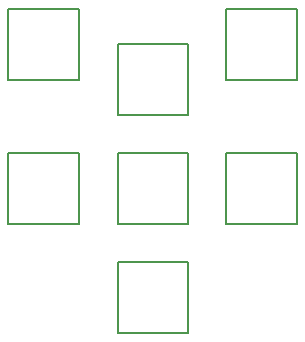
<source format=gto>
G04 Layer_Color=65535*
%FSLAX44Y44*%
%MOMM*%
G71*
G01*
G75*
%ADD12C,0.2000*%
D12*
X103750Y258000D02*
X163750D01*
X103750D02*
Y318000D01*
X163750D01*
Y258000D02*
Y318000D01*
X255760Y165820D02*
Y225820D01*
X195760Y165820D02*
X255760D01*
X195760D02*
Y225820D01*
X255760D01*
X11380Y165820D02*
Y225820D01*
X71380D01*
Y165820D02*
Y225820D01*
X11380Y165820D02*
X71380D01*
X103750Y165820D02*
X163750D01*
X103750D02*
Y225820D01*
X163750D01*
Y165820D02*
Y225820D01*
X103750Y73750D02*
X163750D01*
X103750D02*
Y133750D01*
X163750D01*
Y73750D02*
Y133750D01*
X255760Y287420D02*
Y347420D01*
X195760Y287420D02*
X255760D01*
X195760D02*
Y347420D01*
X255760D01*
X11380Y287420D02*
Y347420D01*
X71380D01*
Y287420D02*
Y347420D01*
X11380Y287420D02*
X71380D01*
M02*

</source>
